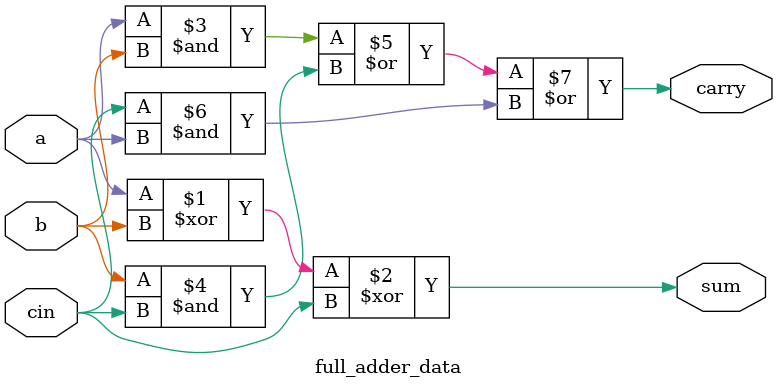
<source format=v>
module full_adder_data(a,b,cin,sum,carry);
input a,b,cin;
output sum,carry;
assign sum=a ^ b ^ cin;
assign carry= a&b | b&cin | cin&a;
endmodule

</source>
